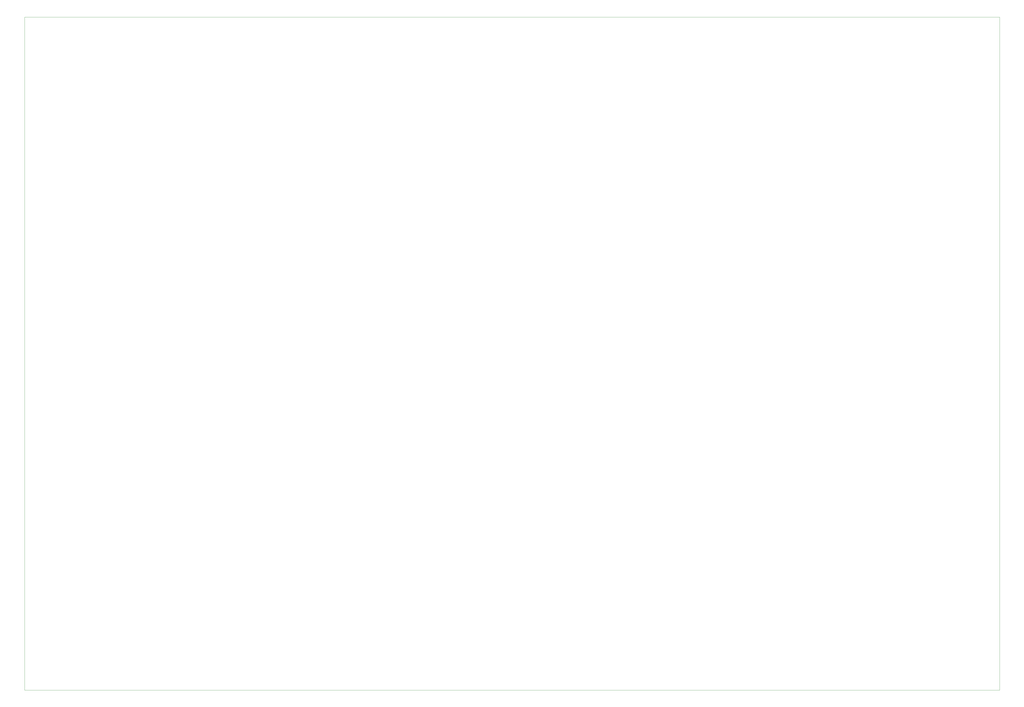
<source format=gbr>
G04 #@! TF.GenerationSoftware,KiCad,Pcbnew,(5.0.0)*
G04 #@! TF.CreationDate,2020-07-19T12:26:23+01:00*
G04 #@! TF.ProjectId,Backplane1,4261636B706C616E65312E6B69636164,rev?*
G04 #@! TF.SameCoordinates,Original*
G04 #@! TF.FileFunction,Profile,NP*
%FSLAX46Y46*%
G04 Gerber Fmt 4.6, Leading zero omitted, Abs format (unit mm)*
G04 Created by KiCad (PCBNEW (5.0.0)) date 07/19/20 12:26:23*
%MOMM*%
%LPD*%
G01*
G04 APERTURE LIST*
%ADD10C,0.100000*%
G04 APERTURE END LIST*
D10*
X398780000Y-25400000D02*
X398780000Y-292100000D01*
X12700000Y-292100000D02*
X398780000Y-292100000D01*
X12700000Y-25400000D02*
X12700000Y-292100000D01*
X398780000Y-25400000D02*
X12700000Y-25400000D01*
M02*

</source>
